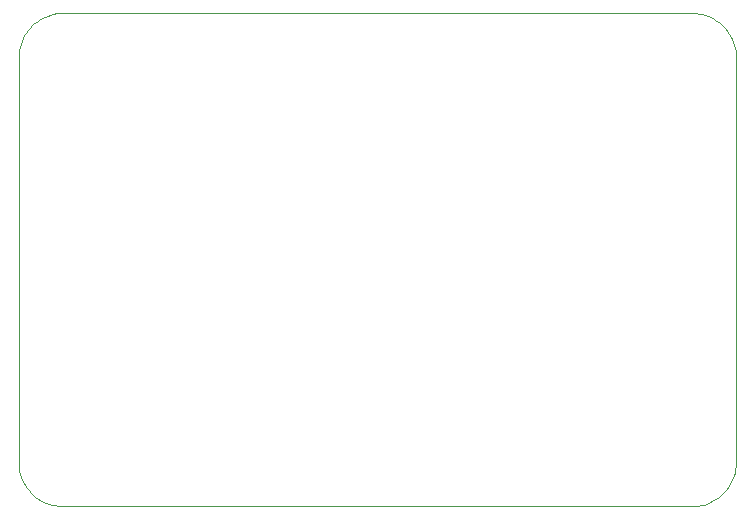
<source format=gbr>
%FSTAX23Y23*%
%MOIN*%
%SFA1B1*%

%IPPOS*%
%ADD72C,0.003937*%
%LNpcb1_mechanical_1-1*%
%LPD*%
G54D72*
X02244Y0D02*
D01*
X02254Y0*
X02264Y00001*
X02274Y00003*
X02284Y00005*
X02294Y00008*
X02304Y00012*
X02313Y00017*
X02322Y00022*
X0233Y00028*
X02338Y00034*
X02346Y00041*
X02353Y00048*
X0236Y00056*
X02366Y00065*
X02371Y00073*
X02376Y00082*
X0238Y00092*
X02384Y00102*
X02387Y00111*
X02389Y00122*
X0239Y00132*
X02391Y00142*
X02391Y00147*
X00147Y01643D02*
D01*
X00137Y01643*
X00127Y01642*
X00116Y0164*
X00106Y01637*
X00097Y01634*
X00087Y0163*
X00078Y01626*
X00069Y01621*
X0006Y01615*
X00052Y01609*
X00045Y01602*
X00037Y01594*
X00031Y01586*
X00025Y01578*
X00019Y01569*
X00014Y0156*
X0001Y01551*
X00007Y01541*
X00004Y01531*
X00002Y01521*
X0Y01511*
X0Y01501*
X0Y01496*
Y00147D02*
D01*
X0Y00137*
X00001Y00127*
X00003Y00116*
X00005Y00106*
X00008Y00097*
X00012Y00087*
X00017Y00078*
X00022Y00069*
X00028Y0006*
X00034Y00052*
X00041Y00045*
X00048Y00037*
X00056Y00031*
X00065Y00025*
X00073Y00019*
X00082Y00014*
X00092Y0001*
X00102Y00007*
X00111Y00004*
X00122Y00002*
X00132Y0*
X00142Y0*
X00147Y0*
X02391Y01496D02*
D01*
X02391Y01506*
X0239Y01516*
X02388Y01527*
X02386Y01537*
X02382Y01546*
X02378Y01556*
X02374Y01565*
X02369Y01574*
X02363Y01583*
X02357Y01591*
X0235Y01598*
X02342Y01606*
X02334Y01612*
X02326Y01618*
X02317Y01624*
X02308Y01629*
X02299Y01633*
X02289Y01636*
X02279Y01639*
X02269Y01641*
X02259Y01643*
X02249Y01643*
X02244Y01644*
X00147Y01643D02*
X02244Y01644D01*
X0Y01496D02*
Y00147D01*
X00147Y0D02*
X02244D01*
X02391Y00147D02*
Y01496D01*
M02*
</source>
